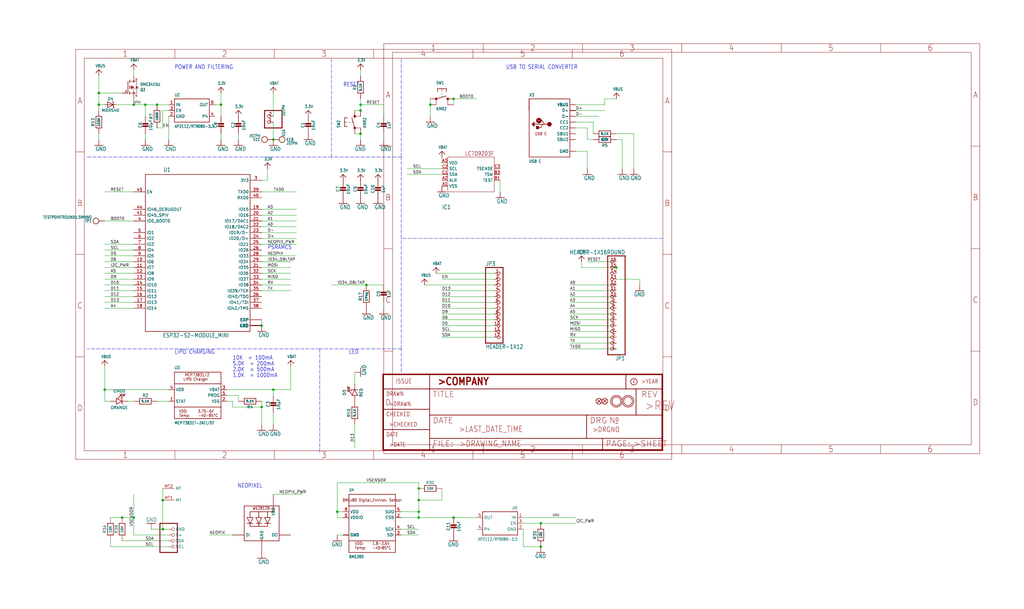
<source format=kicad_sch>
(kicad_sch (version 20211123) (generator eeschema)
  (paper "User" 447.269 265.938)
  (junction (at 147.32 223.52))
  (junction (at 269.24 116.84))
  (junction (at 157.48 45.72))
  (junction (at 43.18 45.72))
  (junction (at 182.88 226.06))
  (junction (at 119.38 60.96))
  (junction (at 182.88 223.52))
  (junction (at 58.42 45.72))
  (junction (at 68.58 45.72))
  (junction (at 182.88 218.44))
  (junction (at 96.52 45.72))
  (junction (at 71.12 218.44))
  (junction (at 114.3 142.24))
  (junction (at 182.88 213.36))
  (junction (at 236.22 228.6))
  (junction (at 236.22 238.76))
  (junction (at 114.3 177.8))
  (junction (at 58.42 226.06))
  (junction (at 160.02 124.46))
  (junction (at 187.96 45.72))
  (junction (at 63.5 45.72))
  (junction (at 198.12 43.18))
  (junction (at 45.72 170.18))
  (junction (at 119.38 170.18))
  (junction (at 157.48 58.42))
  (junction (at 157.48 48.26))
  (junction (at 53.34 226.06))
  (junction (at 43.18 40.64))
  (junction (at 71.12 231.14))
  (junction (at 198.12 226.06))
  (wire (pts (xy 58.42 83.82) (xy 45.72 83.82)))
  (wire (pts (xy 193.04 68.58) (xy 193.04 71.12)))
  (wire (pts (xy 43.18 48.26) (xy 43.18 45.72)))
  (wire (pts (xy 215.9 132.08) (xy 193.04 132.08)))
  (wire (pts (xy 182.88 213.36) (xy 182.88 218.44)))
  (wire (pts (xy 149.86 226.06) (xy 147.32 226.06)))
  (wire (pts (xy 147.32 233.68) (xy 149.86 233.68)))
  (wire (pts (xy 63.5 58.42) (xy 63.5 60.96)))
  (wire (pts (xy 269.24 134.62) (xy 248.92 134.62)))
  (wire (pts (xy 119.38 180.34) (xy 119.38 185.42)))
  (wire (pts (xy 269.24 142.24) (xy 248.92 142.24)))
  (wire (pts (xy 157.48 58.42) (xy 157.48 60.96)))
  (wire (pts (xy 279.4 121.92) (xy 279.4 124.46)))
  (wire (pts (xy 114.3 78.74) (xy 116.84 78.74)))
  (wire (pts (xy 269.24 119.38) (xy 269.24 116.84)))
  (wire (pts (xy 45.72 175.26) (xy 45.72 170.18)))
  (wire (pts (xy 248.92 144.78) (xy 269.24 144.78)))
  (wire (pts (xy 58.42 121.92) (xy 45.72 121.92)))
  (wire (pts (xy 114.3 114.3) (xy 127 114.3)))
  (wire (pts (xy 63.5 45.72) (xy 63.5 50.8)))
  (wire (pts (xy 101.6 177.8) (xy 114.3 177.8)))
  (wire (pts (xy 114.3 177.8) (xy 114.3 185.42)))
  (wire (pts (xy 157.48 45.72) (xy 157.48 48.26)))
  (wire (pts (xy 182.88 226.06) (xy 198.12 226.06)))
  (wire (pts (xy 193.04 134.62) (xy 215.9 134.62)))
  (wire (pts (xy 53.34 40.64) (xy 43.18 40.64)))
  (wire (pts (xy 71.12 213.36) (xy 71.12 218.44)))
  (wire (pts (xy 264.16 45.72) (xy 264.16 43.18)))
  (wire (pts (xy 48.26 175.26) (xy 45.72 175.26)))
  (wire (pts (xy 45.72 160.02) (xy 45.72 170.18)))
  (wire (pts (xy 175.26 233.68) (xy 182.88 233.68)))
  (wire (pts (xy 45.72 106.68) (xy 58.42 106.68)))
  (wire (pts (xy 215.9 124.46) (xy 185.42 124.46)))
  (wire (pts (xy 58.42 116.84) (xy 45.72 116.84)))
  (wire (pts (xy 269.24 127) (xy 248.92 127)))
  (wire (pts (xy 182.88 210.82) (xy 182.88 213.36)))
  (wire (pts (xy 271.78 60.96) (xy 271.78 73.66)))
  (wire (pts (xy 167.64 50.8) (xy 167.64 45.72)))
  (wire (pts (xy 190.5 119.38) (xy 215.9 119.38)))
  (wire (pts (xy 48.26 226.06) (xy 53.34 226.06)))
  (wire (pts (xy 251.46 48.26) (xy 264.16 48.26)))
  (wire (pts (xy 276.86 58.42) (xy 276.86 73.66)))
  (wire (pts (xy 55.88 175.26) (xy 58.42 175.26)))
  (wire (pts (xy 58.42 226.06) (xy 58.42 215.9)))
  (wire (pts (xy 99.06 175.26) (xy 101.6 175.26)))
  (wire (pts (xy 114.3 124.46) (xy 127 124.46)))
  (wire (pts (xy 198.12 43.18) (xy 208.28 43.18)))
  (wire (pts (xy 58.42 30.48) (xy 58.42 33.02)))
  (wire (pts (xy 175.26 231.14) (xy 182.88 231.14)))
  (wire (pts (xy 154.94 58.42) (xy 157.48 58.42)))
  (polyline (pts (xy 38.1 68.58) (xy 144.78 68.58)))
  (wire (pts (xy 114.3 116.84) (xy 127 116.84)))
  (wire (pts (xy 193.04 213.36) (xy 193.04 218.44)))
  (wire (pts (xy 182.88 223.52) (xy 182.88 226.06)))
  (wire (pts (xy 160.02 124.46) (xy 144.78 124.46)))
  (wire (pts (xy 269.24 147.32) (xy 248.92 147.32)))
  (wire (pts (xy 269.24 58.42) (xy 276.86 58.42)))
  (wire (pts (xy 68.58 55.88) (xy 71.12 55.88)))
  (wire (pts (xy 218.44 83.82) (xy 218.44 78.74)))
  (wire (pts (xy 58.42 127) (xy 45.72 127)))
  (wire (pts (xy 68.58 175.26) (xy 73.66 175.26)))
  (wire (pts (xy 167.64 60.96) (xy 167.64 58.42)))
  (wire (pts (xy 114.3 93.98) (xy 129.54 93.98)))
  (wire (pts (xy 45.72 170.18) (xy 73.66 170.18)))
  (wire (pts (xy 58.42 45.72) (xy 63.5 45.72)))
  (wire (pts (xy 193.04 147.32) (xy 215.9 147.32)))
  (wire (pts (xy 154.94 167.64) (xy 154.94 162.56)))
  (wire (pts (xy 58.42 132.08) (xy 45.72 132.08)))
  (wire (pts (xy 256.54 66.04) (xy 251.46 66.04)))
  (wire (pts (xy 53.34 226.06) (xy 58.42 226.06)))
  (wire (pts (xy 45.72 129.54) (xy 58.42 129.54)))
  (wire (pts (xy 71.12 218.44) (xy 71.12 231.14)))
  (wire (pts (xy 147.32 210.82) (xy 182.88 210.82)))
  (wire (pts (xy 114.3 99.06) (xy 129.54 99.06)))
  (wire (pts (xy 193.04 73.66) (xy 177.8 73.66)))
  (wire (pts (xy 157.48 45.72) (xy 167.64 45.72)))
  (wire (pts (xy 119.38 170.18) (xy 127 170.18)))
  (wire (pts (xy 236.22 228.6) (xy 251.46 228.6)))
  (wire (pts (xy 71.12 231.14) (xy 73.66 231.14)))
  (wire (pts (xy 236.22 228.6) (xy 228.6 228.6)))
  (wire (pts (xy 251.46 50.8) (xy 261.62 50.8)))
  (wire (pts (xy 193.04 121.92) (xy 215.9 121.92)))
  (wire (pts (xy 167.64 134.62) (xy 167.64 132.08)))
  (wire (pts (xy 269.24 114.3) (xy 256.54 114.3)))
  (wire (pts (xy 269.24 121.92) (xy 279.4 121.92)))
  (wire (pts (xy 73.66 45.72) (xy 68.58 45.72)))
  (wire (pts (xy 45.72 45.72) (xy 43.18 45.72)))
  (polyline (pts (xy 175.26 68.58) (xy 175.26 25.4)))
  (wire (pts (xy 58.42 109.22) (xy 45.72 109.22)))
  (wire (pts (xy 58.42 134.62) (xy 45.72 134.62)))
  (wire (pts (xy 269.24 139.7) (xy 248.92 139.7)))
  (wire (pts (xy 114.3 91.44) (xy 129.54 91.44)))
  (wire (pts (xy 96.52 45.72) (xy 96.52 40.64)))
  (wire (pts (xy 187.96 45.72) (xy 187.96 50.8)))
  (wire (pts (xy 215.9 142.24) (xy 193.04 142.24)))
  (wire (pts (xy 215.9 127) (xy 193.04 127)))
  (polyline (pts (xy 144.78 68.58) (xy 144.78 25.4)))
  (polyline (pts (xy 289.56 104.14) (xy 175.26 104.14)))
  (wire (pts (xy 101.6 233.68) (xy 91.44 233.68)))
  (wire (pts (xy 269.24 60.96) (xy 271.78 60.96)))
  (wire (pts (xy 71.12 48.26) (xy 73.66 48.26)))
  (wire (pts (xy 114.3 139.7) (xy 114.3 142.24)))
  (wire (pts (xy 251.46 226.06) (xy 228.6 226.06)))
  (wire (pts (xy 157.48 30.48) (xy 157.48 33.02)))
  (wire (pts (xy 73.66 236.22) (xy 53.34 236.22)))
  (wire (pts (xy 104.14 58.42) (xy 104.14 60.96)))
  (wire (pts (xy 119.38 172.72) (xy 119.38 170.18)))
  (wire (pts (xy 101.6 175.26) (xy 101.6 177.8)))
  (wire (pts (xy 175.26 226.06) (xy 182.88 226.06)))
  (wire (pts (xy 119.38 215.9) (xy 132.08 215.9)))
  (polyline (pts (xy 175.26 68.58) (xy 144.78 68.58)))
  (wire (pts (xy 157.48 43.18) (xy 157.48 45.72)))
  (wire (pts (xy 114.3 106.68) (xy 129.54 106.68)))
  (wire (pts (xy 127 160.02) (xy 127 170.18)))
  (wire (pts (xy 248.92 132.08) (xy 269.24 132.08)))
  (wire (pts (xy 269.24 124.46) (xy 248.92 124.46)))
  (wire (pts (xy 114.3 119.38) (xy 127 119.38)))
  (polyline (pts (xy 139.7 152.4) (xy 139.7 198.12)))
  (wire (pts (xy 215.9 144.78) (xy 193.04 144.78)))
  (wire (pts (xy 93.98 45.72) (xy 96.52 45.72)))
  (wire (pts (xy 73.66 50.8) (xy 73.66 60.96)))
  (wire (pts (xy 254 116.84) (xy 269.24 116.84)))
  (wire (pts (xy 264.16 43.18) (xy 269.24 43.18)))
  (polyline (pts (xy 175.26 162.56) (xy 175.26 152.4)))
  (wire (pts (xy 177.8 76.2) (xy 193.04 76.2)))
  (wire (pts (xy 228.6 231.14) (xy 228.6 238.76)))
  (wire (pts (xy 48.26 238.76) (xy 48.26 236.22)))
  (wire (pts (xy 43.18 60.96) (xy 43.18 58.42)))
  (wire (pts (xy 114.3 111.76) (xy 129.54 111.76)))
  (polyline (pts (xy 175.26 152.4) (xy 175.26 104.14)))
  (wire (pts (xy 269.24 129.54) (xy 248.92 129.54)))
  (wire (pts (xy 149.86 223.52) (xy 147.32 223.52)))
  (wire (pts (xy 251.46 53.34) (xy 259.08 53.34)))
  (wire (pts (xy 269.24 137.16) (xy 248.92 137.16)))
  (wire (pts (xy 154.94 185.42) (xy 154.94 195.58)))
  (wire (pts (xy 96.52 50.8) (xy 96.52 45.72)))
  (wire (pts (xy 269.24 152.4) (xy 248.92 152.4)))
  (wire (pts (xy 157.48 48.26) (xy 154.94 48.26)))
  (wire (pts (xy 96.52 58.42) (xy 96.52 60.96)))
  (wire (pts (xy 99.06 170.18) (xy 119.38 170.18)))
  (wire (pts (xy 116.84 78.74) (xy 116.84 73.66)))
  (wire (pts (xy 71.12 55.88) (xy 71.12 48.26)))
  (wire (pts (xy 254 114.3) (xy 254 116.84)))
  (wire (pts (xy 71.12 231.14) (xy 66.04 231.14)))
  (wire (pts (xy 58.42 233.68) (xy 73.66 233.68)))
  (wire (pts (xy 198.12 43.18) (xy 198.12 45.72)))
  (wire (pts (xy 193.04 129.54) (xy 215.9 129.54)))
  (wire (pts (xy 58.42 119.38) (xy 45.72 119.38)))
  (wire (pts (xy 58.42 233.68) (xy 58.42 226.06)))
  (wire (pts (xy 256.54 66.04) (xy 256.54 73.66)))
  (wire (pts (xy 68.58 45.72) (xy 63.5 45.72)))
  (wire (pts (xy 175.26 223.52) (xy 182.88 223.52)))
  (wire (pts (xy 193.04 139.7) (xy 215.9 139.7)))
  (wire (pts (xy 114.3 121.92) (xy 127 121.92)))
  (wire (pts (xy 208.28 226.06) (xy 198.12 226.06)))
  (wire (pts (xy 43.18 45.72) (xy 43.18 40.64)))
  (wire (pts (xy 43.18 40.64) (xy 43.18 33.02)))
  (wire (pts (xy 193.04 218.44) (xy 182.88 218.44)))
  (wire (pts (xy 251.46 55.88) (xy 256.54 55.88)))
  (wire (pts (xy 58.42 111.76) (xy 45.72 111.76)))
  (wire (pts (xy 114.3 104.14) (xy 129.54 104.14)))
  (wire (pts (xy 187.96 43.18) (xy 187.96 45.72)))
  (wire (pts (xy 58.42 96.52) (xy 45.72 96.52)))
  (polyline (pts (xy 139.7 152.4) (xy 38.1 152.4)))
  (wire (pts (xy 259.08 53.34) (xy 259.08 58.42)))
  (wire (pts (xy 147.32 223.52) (xy 147.32 210.82)))
  (wire (pts (xy 167.64 124.46) (xy 160.02 124.46)))
  (wire (pts (xy 45.72 124.46) (xy 58.42 124.46)))
  (wire (pts (xy 119.38 60.96) (xy 119.38 53.34)))
  (wire (pts (xy 127 127) (xy 114.3 127)))
  (wire (pts (xy 114.3 101.6) (xy 129.54 101.6)))
  (wire (pts (xy 248.92 149.86) (xy 269.24 149.86)))
  (wire (pts (xy 182.88 218.44) (xy 182.88 223.52)))
  (polyline (pts (xy 175.26 104.14) (xy 175.26 68.58)))
  (wire (pts (xy 119.38 40.64) (xy 119.38 50.8)))
  (wire (pts (xy 99.06 172.72) (xy 104.14 172.72)))
  (wire (pts (xy 193.04 137.16) (xy 215.9 137.16)))
  (wire (pts (xy 147.32 226.06) (xy 147.32 223.52)))
  (wire (pts (xy 104.14 172.72) (xy 104.14 175.26)))
  (wire (pts (xy 251.46 45.72) (xy 264.16 45.72)))
  (polyline (pts (xy 175.26 152.4) (xy 139.7 152.4)))
  (wire (pts (xy 256.54 55.88) (xy 256.54 60.96)))
  (wire (pts (xy 256.54 60.96) (xy 259.08 60.96)))
  (wire (pts (xy 114.3 83.82) (xy 129.54 83.82)))
  (wire (pts (xy 114.3 175.26) (xy 114.3 177.8)))
  (wire (pts (xy 50.8 45.72) (xy 58.42 45.72)))
  (wire (pts (xy 114.3 96.52) (xy 129.54 96.52)))
  (wire (pts (xy 45.72 114.3) (xy 58.42 114.3)))
  (wire (pts (xy 58.42 43.18) (xy 58.42 45.72)))
  (wire (pts (xy 228.6 238.76) (xy 236.22 238.76)))
  (wire (pts (xy 73.66 238.76) (xy 48.26 238.76)))
  (text "2.0K  = 500mA" (at 101.6 162.56 180) (effects (font (size 1.778 1.5113)) (justify left bottom)))
  (text "1.0K  = 1000mA" (at 101.6 165.1 180) (effects (font (size 1.778 1.5113)) (justify left bottom)))
  (text "NEOPIXEL" (at 109.22 213.36 180) (effects (font (size 1.778 1.5113)) (justify bottom)))
  (text "PSRAMCS" (at 116.84 109.22 180) (effects (font (size 1.778 1.5113)) (justify left bottom)))
  (text "LIPO CHARGING" (at 76.2 154.94 180) (effects (font (size 1.778 1.5113)) (justify left bottom)))
  (text "POWER AND FILTERING" (at 76.2 30.48 180) (effects (font (size 1.778 1.5113)) (justify left bottom)))
  (text "LED" (at 152.4 154.94 180) (effects (font (size 1.778 1.5113)) (justify left bottom)))
  (text "USB TO SERIAL CONVERTER" (at 220.98 30.48 180) (effects (font (size 1.778 1.5113)) (justify left bottom)))
  (text "10K  = 100mA" (at 101.6 157.48 180) (effects (font (size 1.778 1.5113)) (justify left bottom)))
  (text "RESET" (at 149.86 38.1 180) (effects (font (size 1.778 1.5113)) (justify left bottom)))
  (text "5.0K  = 200mA" (at 101.6 160.02 180) (effects (font (size 1.778 1.5113)) (justify left bottom)))
  (label "D12" (at 193.04 129.54 0) (effects (font (size 1.2446 1.2446))))
  (label "SDA" (at 63.5 236.22 0) (effects (font (size 1.2446 1.2446))))
  (label "SCK" (at 116.84 119.38 0) (effects (font (size 1.2446 1.2446))))
  (label "RESET" (at 256.54 114.3 0) (effects (font (size 1.2446 1.2446))))
  (label "SCK" (at 248.92 139.7 0) (effects (font (size 1.2446 1.2446))))
  (label "D-" (at 116.84 101.6 0) (effects (font (size 1.2446 1.2446))))
  (label "A0" (at 116.84 99.06 0) (effects (font (size 1.2446 1.2446))))
  (label "NEOPIX" (at 116.84 111.76 0) (effects (font (size 1.2446 1.2446))))
  (label "SCL" (at 48.26 109.22 0) (effects (font (size 1.2446 1.2446))))
  (label "TX" (at 116.84 127 0) (effects (font (size 1.2446 1.2446))))
  (label "A5" (at 248.92 137.16 0) (effects (font (size 1.2446 1.2446))))
  (label "BOOT0" (at 48.26 96.52 0) (effects (font (size 1.2446 1.2446))))
  (label "NEOPIX_PWR" (at 121.92 215.9 0) (effects (font (size 1.2446 1.2446))))
  (label "TXD0" (at 119.38 83.82 0) (effects (font (size 1.2446 1.2446))))
  (label "D12" (at 48.26 129.54 0) (effects (font (size 1.2446 1.2446))))
  (label "RESET" (at 48.26 83.82 0) (effects (font (size 1.2446 1.2446))))
  (label "A3" (at 248.92 132.08 0) (effects (font (size 1.2446 1.2446))))
  (label "A5" (at 48.26 119.38 0) (effects (font (size 1.2446 1.2446))))
  (label "D11" (at 193.04 132.08 0) (effects (font (size 1.2446 1.2446))))
  (label "MISO" (at 116.84 121.92 0) (effects (font (size 1.2446 1.2446))))
  (label "SDA" (at 177.8 233.68 0) (effects (font (size 1.2446 1.2446))))
  (label "RX" (at 248.92 147.32 0) (effects (font (size 1.2446 1.2446))))
  (label "I2C_PWR" (at 48.26 116.84 0) (effects (font (size 1.2446 1.2446))))
  (label "SCL" (at 180.34 73.66 0) (effects (font (size 1.2446 1.2446))))
  (label "RX" (at 116.84 124.46 0) (effects (font (size 1.2446 1.2446))))
  (label "A0" (at 248.92 124.46 0) (effects (font (size 1.2446 1.2446))))
  (label "VSENSOR" (at 58.42 229.87 90) (effects (font (size 1.2446 1.2446))))
  (label "IO34_DBLTAP" (at 147.32 124.46 0) (effects (font (size 1.2446 1.2446))))
  (label "D13" (at 154.94 193.04 90) (effects (font (size 1.2446 1.2446))))
  (label "RESET" (at 160.02 45.72 0) (effects (font (size 1.2446 1.2446))))
  (label "D9" (at 193.04 137.16 0) (effects (font (size 1.2446 1.2446))))
  (label "D5" (at 48.26 111.76 0) (effects (font (size 1.2446 1.2446))))
  (label "SDA" (at 48.26 106.68 0) (effects (font (size 1.2446 1.2446))))
  (label "D11" (at 48.26 127 0) (effects (font (size 1.2446 1.2446))))
  (label "D10" (at 193.04 134.62 0) (effects (font (size 1.2446 1.2446))))
  (label "BOOT0" (at 200.66 43.18 0) (effects (font (size 1.2446 1.2446))))
  (label "VHI" (at 241.3 226.06 0) (effects (font (size 1.2446 1.2446))))
  (label "D13" (at 193.04 127 0) (effects (font (size 1.2446 1.2446))))
  (label "SDA" (at 193.04 147.32 0) (effects (font (size 1.2446 1.2446))))
  (label "D9" (at 48.26 121.92 0) (effects (font (size 1.2446 1.2446))))
  (label "D6" (at 48.26 114.3 0) (effects (font (size 1.2446 1.2446))))
  (label "A1" (at 248.92 127 0) (effects (font (size 1.2446 1.2446))))
  (label "A2" (at 248.92 129.54 0) (effects (font (size 1.2446 1.2446))))
  (label "EN" (at 193.04 121.92 0) (effects (font (size 1.2446 1.2446))))
  (label "A4" (at 48.26 134.62 0) (effects (font (size 1.2446 1.2446))))
  (label "I2C_PWR" (at 251.46 228.6 0) (effects (font (size 1.2446 1.2446))))
  (label "SCL" (at 177.8 231.14 0) (effects (font (size 1.2446 1.2446))))
  (label "D+" (at 116.84 104.14 0) (effects (font (size 1.2446 1.2446))))
  (label "SCL" (at 193.04 144.78 0) (effects (font (size 1.2446 1.2446))))
  (label "A1" (at 116.84 96.52 0) (effects (font (size 1.2446 1.2446))))
  (label "A4" (at 248.92 134.62 0) (effects (font (size 1.2446 1.2446))))
  (label "SDA" (at 180.34 76.2 0) (effects (font (size 1.2446 1.2446))))
  (label "EN" (at 71.12 55.88 0) (effects (font (size 1.2446 1.2446))))
  (label "VHI" (at 58.42 45.72 0) (effects (font (size 1.2446 1.2446))))
  (label "A3" (at 116.84 91.44 0) (effects (font (size 1.2446 1.2446))))
  (label "D5" (at 193.04 142.24 0) (effects (font (size 1.2446 1.2446))))
  (label "NEOPIX_PWR" (at 116.84 106.68 0) (effects (font (size 1.2446 1.2446))))
  (label "TXD0" (at 248.92 152.4 0) (effects (font (size 1.2446 1.2446))))
  (label "MOSI" (at 116.84 116.84 0) (effects (font (size 1.2446 1.2446))))
  (label "MISO" (at 248.92 144.78 0) (effects (font (size 1.2446 1.2446))))
  (label "MOSI" (at 248.92 142.24 0) (effects (font (size 1.2446 1.2446))))
  (label "D6" (at 193.04 139.7 0) (effects (font (size 1.2446 1.2446))))
  (label "D13" (at 48.26 132.08 0) (effects (font (size 1.2446 1.2446))))
  (label "A2" (at 116.84 93.98 0) (effects (font (size 1.2446 1.2446))))
  (label "SCL" (at 63.5 238.76 0) (effects (font (size 1.2446 1.2446))))
  (label "IO34_DBLTAP" (at 116.84 114.3 0) (effects (font (size 1.2446 1.2446))))
  (label "D+" (at 251.46 48.26 0) (effects (font (size 1.2446 1.2446))))
  (label "TX" (at 248.92 149.86 0) (effects (font (size 1.2446 1.2446))))
  (label "VSENSOR" (at 160.02 210.82 0) (effects (font (size 1.2446 1.2446))))
  (label "D-" (at 251.46 50.8 0) (effects (font (size 1.2446 1.2446))))
  (label "NEOPIX" (at 91.44 233.68 0) (effects (font (size 1.2446 1.2446))))
  (label "D10" (at 48.26 124.46 0) (effects (font (size 1.2446 1.2446))))
  (symbol (lib_id "eagleSchem-eagle-import:CAP_CERAMIC0805-NOOUTLINE") (at 63.5 55.88 0) (unit 1)
    (property "Reference" "C6" (at 61.21 54.63 90))
    (property "Value" "10µF" (at 65.8 54.63 90))
    (property "Footprint" "eagleSchem:0805-NO" (effects hide))
  )
  (symbol (lib_id "eagleSchem-eagle-import:GND") (at 114.3 144.78 0) (unit 1)
    (property "Reference" "#U$37" (effects hide))
    (property "Value" "GND" (at 112.776 147.32 0) (effects (font (size 1.778 1.5113)) (justify left bottom)))
    (property "Footprint" "eagleSchem:" (effects hide))
  )
  (symbol (lib_id "eagleSchem-eagle-import:RESISTOR_0603_NOOUT") (at 160.02 129.54 90) (unit 1)
    (property "Reference" "R17" (at 157.48 129.54 0))
    (property "Value" "1Meg" (at 160.02 129.54 0) (effects (font (size 1.016 1.016) bold)))
    (property "Footprint" "eagleSchem:0603-NO" (effects hide))
  )
  (symbol (lib_id "eagleSchem-eagle-import:CAP_CERAMIC0805-NOOUTLINE") (at 96.52 55.88 0) (unit 1)
    (property "Reference" "C8" (at 94.23 54.63 90))
    (property "Value" "10µF" (at 98.82 54.63 90))
    (property "Footprint" "eagleSchem:0805-NO" (effects hide))
    (property "Value" "10µF" (effects hide))
  )
  (symbol (lib_id "eagleSchem-eagle-import:FIDUCIAL_1MM") (at 261.62 175.26 0) (unit 1)
    (property "Reference" "U$35" (effects hide))
    (property "Value" "FIDUCIAL_1MM" (effects hide))
    (property "Footprint" "eagleSchem:FIDUCIAL_1MM" (effects hide))
  )
  (symbol (lib_id "eagleSchem-eagle-import:3.3V") (at 116.84 71.12 0) (unit 1)
    (property "Reference" "#U$11" (effects hide))
    (property "Value" "3.3V" (at 115.316 70.104 0) (effects (font (size 1.27 1.0795)) (justify left bottom)))
    (property "Footprint" "eagleSchem:" (effects hide))
  )
  (symbol (lib_id "eagleSchem-eagle-import:RESISTOR_4PACK") (at 53.34 231.14 90) (unit 2)
    (property "Reference" "R3" (at 50.8 231.14 0))
    (property "Value" "10K" (at 53.34 231.14 0) (effects (font (size 1.016 1.016) bold)))
    (property "Footprint" "eagleSchem:RESPACK_4X0603" (effects hide))
  )
  (symbol (lib_id "eagleSchem-eagle-import:3.3V") (at 254 111.76 0) (unit 1)
    (property "Reference" "#U$6" (effects hide))
    (property "Value" "3.3V" (at 252.476 110.744 0) (effects (font (size 1.27 1.0795)) (justify left bottom)))
    (property "Footprint" "eagleSchem:" (effects hide))
  )
  (symbol (lib_id "eagleSchem-eagle-import:RESISTOR_0603_NOOUT") (at 264.16 58.42 180) (unit 1)
    (property "Reference" "R8" (at 264.16 60.96 0))
    (property "Value" "5.1K" (at 264.16 58.42 0) (effects (font (size 1.016 1.016) bold)))
    (property "Footprint" "eagleSchem:0603-NO" (effects hide))
  )
  (symbol (lib_id "eagleSchem-eagle-import:RESISTOR_0603_NOOUT") (at 63.5 175.26 0) (unit 1)
    (property "Reference" "R2" (at 63.5 172.72 0))
    (property "Value" "5.1K" (at 63.5 175.26 0) (effects (font (size 1.016 1.016) bold)))
    (property "Footprint" "eagleSchem:0603-NO" (effects hide))
  )
  (symbol (lib_id "eagleSchem-eagle-import:CAP_CERAMIC_0805MP") (at 198.12 231.14 0) (unit 1)
    (property "Reference" "C11" (at 195.83 229.89 90))
    (property "Value" "10uF" (at 200.42 229.89 90))
    (property "Footprint" "eagleSchem:_0805MP" (effects hide))
  )
  (symbol (lib_id "eagleSchem-eagle-import:GND") (at 236.22 241.3 0) (unit 1)
    (property "Reference" "#GND5" (effects hide))
    (property "Value" "GND" (at 233.68 243.84 0) (effects (font (size 1.778 1.5113)) (justify left bottom)))
    (property "Footprint" "eagleSchem:" (effects hide))
  )
  (symbol (lib_id "eagleSchem-eagle-import:RESISTOR_0603_NOOUT") (at 264.16 60.96 180) (unit 1)
    (property "Reference" "R5" (at 264.16 63.5 0))
    (property "Value" "5.1K" (at 264.16 60.96 0) (effects (font (size 1.016 1.016) bold)))
    (property "Footprint" "eagleSchem:0603-NO" (effects hide))
  )
  (symbol (lib_id "eagleSchem-eagle-import:VREG_SOT23-5") (at 83.82 48.26 0) (unit 1)
    (property "Reference" "U2" (at 76.2 42.164 0) (effects (font (size 1.27 1.0795)) (justify left bottom)))
    (property "Value" "AP2112/RT9080-3.3" (at 76.2 55.88 0) (effects (font (size 1.27 1.0795)) (justify left bottom)))
    (property "Footprint" "eagleSchem:SOT23-5" (effects hide))
  )
  (symbol (lib_id "eagleSchem-eagle-import:GND") (at 63.5 63.5 0) (unit 1)
    (property "Reference" "#U$27" (effects hide))
    (property "Value" "GND" (at 61.976 66.04 0) (effects (font (size 1.778 1.5113)) (justify left bottom)))
    (property "Footprint" "eagleSchem:" (effects hide))
  )
  (symbol (lib_id "eagleSchem-eagle-import:GND") (at 157.48 88.9 0) (unit 1)
    (property "Reference" "#U$46" (effects hide))
    (property "Value" "GND" (at 155.956 91.44 0) (effects (font (size 1.778 1.5113)) (justify left bottom)))
    (property "Footprint" "eagleSchem:" (effects hide))
  )
  (symbol (lib_id "eagleSchem-eagle-import:GND") (at 119.38 63.5 0) (unit 1)
    (property "Reference" "#U$22" (effects hide))
    (property "Value" "GND" (at 117.856 66.04 0) (effects (font (size 1.778 1.5113)) (justify left bottom)))
    (property "Footprint" "eagleSchem:" (effects hide))
  )
  (symbol (lib_id "eagleSchem-eagle-import:GND") (at 157.48 162.56 90) (unit 1)
    (property "Reference" "#U$8" (effects hide))
    (property "Value" "GND" (at 160.02 164.084 0) (effects (font (size 1.778 1.5113)) (justify left bottom)))
    (property "Footprint" "eagleSchem:" (effects hide))
  )
  (symbol (lib_id "eagleSchem-eagle-import:3.3V") (at 149.86 76.2 0) (unit 1)
    (property "Reference" "#U$41" (effects hide))
    (property "Value" "3.3V" (at 148.336 75.184 0) (effects (font (size 1.27 1.0795)) (justify left bottom)))
    (property "Footprint" "eagleSchem:" (effects hide))
  )
  (symbol (lib_id "eagleSchem-eagle-import:VBUS") (at 43.18 30.48 0) (unit 1)
    (property "Reference" "#U$3" (effects hide))
    (property "Value" "VBUS" (at 41.656 29.464 0) (effects (font (size 1.27 1.0795)) (justify left bottom)))
    (property "Footprint" "eagleSchem:" (effects hide))
  )
  (symbol (lib_id "eagleSchem-eagle-import:FIDUCIAL_1MM") (at 264.16 175.26 0) (unit 1)
    (property "Reference" "U$34" (effects hide))
    (property "Value" "FIDUCIAL_1MM" (effects hide))
    (property "Footprint" "eagleSchem:FIDUCIAL_1MM" (effects hide))
  )
  (symbol (lib_id "eagleSchem-eagle-import:CAP_CERAMIC0805-NOOUTLINE") (at 157.48 83.82 0) (unit 1)
    (property "Reference" "C9" (at 155.19 82.57 90))
    (property "Value" "10uF" (at 159.78 82.57 90))
    (property "Footprint" "eagleSchem:0805-NO" (effects hide))
  )
  (symbol (lib_id "eagleSchem-eagle-import:VBAT") (at 190.5 116.84 0) (unit 1)
    (property "Reference" "#U$20" (effects hide))
    (property "Value" "VBAT" (at 188.976 115.824 0) (effects (font (size 1.27 1.0795)) (justify left bottom)))
    (property "Footprint" "eagleSchem:" (effects hide))
  )
  (symbol (lib_id "eagleSchem-eagle-import:GND") (at 149.86 88.9 0) (unit 1)
    (property "Reference" "#U$45" (effects hide))
    (property "Value" "GND" (at 148.336 91.44 0) (effects (font (size 1.778 1.5113)) (justify left bottom)))
    (property "Footprint" "eagleSchem:" (effects hide))
  )
  (symbol (lib_id "eagleSchem-eagle-import:RESISTOR_4PACK") (at 236.22 233.68 90) (unit 4)
    (property "Reference" "R3" (at 233.68 233.68 0))
    (property "Value" "10K" (at 236.22 233.68 0) (effects (font (size 1.016 1.016) bold)))
    (property "Footprint" "eagleSchem:RESPACK_4X0603" (effects hide))
  )
  (symbol (lib_id "eagleSchem-eagle-import:MOUNTINGHOLE2.5") (at 269.24 175.26 0) (unit 1)
    (property "Reference" "U$31" (effects hide))
    (property "Value" "MOUNTINGHOLE2.5" (effects hide))
    (property "Footprint" "eagleSchem:MOUNTINGHOLE_2.5_PLATED" (effects hide))
  )
  (symbol (lib_id "eagleSchem-eagle-import:BME280") (at 162.56 228.6 0) (unit 1)
    (property "Reference" "U4" (at 152.4 214.63 0) (effects (font (size 1.27 1.0795)) (justify left bottom)))
    (property "Value" "BME280" (at 152.4 243.84 0) (effects (font (size 1.27 1.0795)) (justify left bottom)))
    (property "Footprint" "eagleSchem:BME280" (effects hide))
  )
  (symbol (lib_id "eagleSchem-eagle-import:USB_C") (at 241.3 55.88 0) (unit 1)
    (property "Reference" "X3" (at 231.14 42.164 0) (effects (font (size 1.27 1.0795)) (justify left bottom)))
    (property "Value" "USB C" (at 231.14 71.12 0) (effects (font (size 1.27 1.0795)) (justify left bottom)))
    (property "Footprint" "eagleSchem:USB_C_CUSB31-CFM2AX-01-X" (effects hide))
  )
  (symbol (lib_id "eagleSchem-eagle-import:GND") (at 114.3 243.84 0) (unit 1)
    (property "Reference" "#U$13" (effects hide))
    (property "Value" "GND" (at 112.776 246.38 0) (effects (font (size 1.778 1.5113)) (justify left bottom)))
    (property "Footprint" "eagleSchem:" (effects hide))
  )
  (symbol (lib_id "eagleSchem-eagle-import:GND") (at 66.04 228.6 180) (unit 1)
    (property "Reference" "#GND1" (effects hide))
    (property "Value" "GND" (at 68.58 226.06 0) (effects (font (size 1.778 1.5113)) (justify left bottom)))
    (property "Footprint" "eagleSchem:" (effects hide))
  )
  (symbol (lib_id "eagleSchem-eagle-import:GND") (at 218.44 86.36 0) (unit 1)
    (property "Reference" "#U$50" (effects hide))
    (property "Value" "GND" (at 216.916 88.9 0) (effects (font (size 1.778 1.5113)) (justify left bottom)))
    (property "Footprint" "eagleSchem:" (effects hide))
  )
  (symbol (lib_id "eagleSchem-eagle-import:HEADER-1X16ROUND") (at 266.7 134.62 180) (unit 1)
    (property "Reference" "JP1" (at 273.05 155.575 0) (effects (font (size 1.778 1.5113)) (justify left bottom)))
    (property "Value" "HEADER-1X16ROUND" (at 273.05 109.22 0) (effects (font (size 1.778 1.5113)) (justify left bottom)))
    (property "Footprint" "eagleSchem:1X16_ROUND" (effects hide))
  )
  (symbol (lib_id "eagleSchem-eagle-import:GND") (at 193.04 83.82 0) (unit 1)
    (property "Reference" "#U$48" (effects hide))
    (property "Value" "GND" (at 191.516 86.36 0) (effects (font (size 1.778 1.5113)) (justify left bottom)))
    (property "Footprint" "eagleSchem:" (effects hide))
  )
  (symbol (lib_id "eagleSchem-eagle-import:FRAME_A4") (at 167.64 198.12 0) (unit 2)
    (property "Reference" "#FRAME1" (effects hide))
    (property "Value" "FRAME_A4" (effects hide))
    (property "Footprint" "eagleSchem:" (effects hide))
  )
  (symbol (lib_id "eagleSchem-eagle-import:3.3V") (at 134.62 48.26 0) (unit 1)
    (property "Reference" "#U$2" (effects hide))
    (property "Value" "3.3V" (at 133.096 47.244 0) (effects (font (size 1.27 1.0795)) (justify left bottom)))
    (property "Footprint" "eagleSchem:" (effects hide))
  )
  (symbol (lib_id "eagleSchem-eagle-import:GND") (at 160.02 137.16 0) (unit 1)
    (property "Reference" "#U$26" (effects hide))
    (property "Value" "GND" (at 158.496 139.7 0) (effects (font (size 1.778 1.5113)) (justify left bottom)))
    (property "Footprint" "eagleSchem:" (effects hide))
  )
  (symbol (lib_id "eagleSchem-eagle-import:VBUS") (at 269.24 40.64 0) (unit 1)
    (property "Reference" "#U$28" (effects hide))
    (property "Value" "VBUS" (at 267.716 39.624 0) (effects (font (size 1.27 1.0795)) (justify left bottom)))
    (property "Footprint" "eagleSchem:" (effects hide))
  )
  (symbol (lib_id "eagleSchem-eagle-import:3.3V") (at 157.48 27.94 0) (unit 1)
    (property "Reference" "#U$5" (effects hide))
    (property "Value" "3.3V" (at 155.956 26.924 0) (effects (font (size 1.27 1.0795)) (justify left bottom)))
    (property "Footprint" "eagleSchem:" (effects hide))
  )
  (symbol (lib_id "eagleSchem-eagle-import:CAP_CERAMIC0603_NO") (at 167.64 129.54 0) (unit 1)
    (property "Reference" "C5" (at 165.35 128.29 90))
    (property "Value" "1uF" (at 169.94 128.29 90))
    (property "Footprint" "eagleSchem:0603-NO" (effects hide))
  )
  (symbol (lib_id "eagleSchem-eagle-import:GND") (at 119.38 187.96 0) (unit 1)
    (property "Reference" "#U$33" (effects hide))
    (property "Value" "GND" (at 117.856 190.5 0) (effects (font (size 1.778 1.5113)) (justify left bottom)))
    (property "Footprint" "eagleSchem:" (effects hide))
  )
  (symbol (lib_id "eagleSchem-eagle-import:LED0603_NOOUTLINE") (at 53.34 175.26 0) (unit 1)
    (property "Reference" "CHG0" (at 52.07 170.815 0))
    (property "Value" "ORANGE" (at 52.07 178.054 0))
    (property "Footprint" "eagleSchem:CHIPLED_0603_NOOUTLINE" (effects hide))
  )
  (symbol (lib_id "eagleSchem-eagle-import:RESISTOR_4PACK") (at 48.26 231.14 90) (unit 1)
    (property "Reference" "R3" (at 45.72 231.14 0))
    (property "Value" "10K" (at 48.26 231.14 0) (effects (font (size 1.016 1.016) bold)))
    (property "Footprint" "eagleSchem:RESPACK_4X0603" (effects hide))
  )
  (symbol (lib_id "eagleSchem-eagle-import:GND") (at 147.32 236.22 0) (unit 1)
    (property "Reference" "#GND2" (effects hide))
    (property "Value" "GND" (at 144.78 238.76 0) (effects (font (size 1.778 1.5113)) (justify left bottom)))
    (property "Footprint" "eagleSchem:" (effects hide))
  )
  (symbol (lib_id "eagleSchem-eagle-import:3.3V") (at 104.14 48.26 0) (unit 1)
    (property "Reference" "#U$24" (effects hide))
    (property "Value" "3.3V" (at 102.616 47.244 0) (effects (font (size 1.27 1.0795)) (justify left bottom)))
    (property "Footprint" "eagleSchem:" (effects hide))
  )
  (symbol (lib_id "eagleSchem-eagle-import:GND") (at 96.52 63.5 0) (unit 1)
    (property "Reference" "#U$29" (effects hide))
    (property "Value" "GND" (at 94.996 66.04 0) (effects (font (size 1.778 1.5113)) (justify left bottom)))
    (property "Footprint" "eagleSchem:" (effects hide))
  )
  (symbol (lib_id "eagleSchem-eagle-import:GND") (at 43.18 63.5 0) (unit 1)
    (property "Reference" "#U$25" (effects hide))
    (property "Value" "GND" (at 41.656 66.04 0) (effects (font (size 1.778 1.5113)) (justify left bottom)))
    (property "Footprint" "eagleSchem:" (effects hide))
  )
  (symbol (lib_id "eagleSchem-eagle-import:GND") (at 157.48 63.5 0) (unit 1)
    (property "Reference" "#GND6" (effects hide))
    (property "Value" "GND" (at 154.94 66.04 0) (effects (font (size 1.778 1.5113)) (justify left bottom)))
    (property "Footprint" "eagleSchem:" (effects hide))
  )
  (symbol (lib_id "eagleSchem-eagle-import:GND") (at 276.86 76.2 0) (unit 1)
    (property "Reference" "#U$12" (effects hide))
    (property "Value" "GND" (at 275.336 78.74 0) (effects (font (size 1.778 1.5113)) (justify left bottom)))
    (property "Footprint" "eagleSchem:" (effects hide))
  )
  (symbol (lib_id "eagleSchem-eagle-import:GND") (at 271.78 76.2 0) (unit 1)
    (property "Reference" "#U$1" (effects hide))
    (property "Value" "GND" (at 270.256 78.74 0) (effects (font (size 1.778 1.5113)) (justify left bottom)))
    (property "Footprint" "eagleSchem:" (effects hide))
  )
  (symbol (lib_id "eagleSchem-eagle-import:RESISTOR_0603_NOOUT") (at 157.48 38.1 90) (unit 1)
    (property "Reference" "R1" (at 154.94 38.1 0))
    (property "Value" "5.1K" (at 157.48 38.1 0) (effects (font (size 1.016 1.016) bold)))
    (property "Footprint" "eagleSchem:0603-NO" (effects hide))
  )
  (symbol (lib_id "eagleSchem-eagle-import:VBUS") (at 185.42 121.92 0) (unit 1)
    (property "Reference" "#U$19" (effects hide))
    (property "Value" "VBUS" (at 183.896 120.904 0) (effects (font (size 1.27 1.0795)) (justify left bottom)))
    (property "Footprint" "eagleSchem:" (effects hide))
  )
  (symbol (lib_id "eagleSchem-eagle-import:CAP_CERAMIC0603_NO") (at 165.1 83.82 0) (unit 1)
    (property "Reference" "C10" (at 162.81 82.57 90))
    (property "Value" "1uF" (at 167.4 82.57 90))
    (property "Footprint" "eagleSchem:0603-NO" (effects hide))
  )
  (symbol (lib_id "eagleSchem-eagle-import:3.3V") (at 96.52 38.1 0) (unit 1)
    (property "Reference" "#U$10" (effects hide))
    (property "Value" "3.3V" (at 94.996 37.084 0) (effects (font (size 1.27 1.0795)) (justify left bottom)))
    (property "Footprint" "eagleSchem:" (effects hide))
  )
  (symbol (lib_id "eagleSchem-eagle-import:MOUNTINGHOLE2.5") (at 274.32 175.26 0) (unit 1)
    (property "Reference" "U$32" (effects hide))
    (property "Value" "MOUNTINGHOLE2.5" (effects hide))
    (property "Footprint" "eagleSchem:MOUNTINGHOLE_2.5_PLATED" (effects hide))
  )
  (symbol (lib_id "eagleSchem-eagle-import:LC709203F{slash}MH") (at 205.74 76.2 0) (unit 1)
    (property "Reference" "IC1" (at 193.04 91.44 0) (effects (font (size 1.778 1.5113)) (justify left bottom)))
    (property "Value" "LC709203F{slash}MH" (effects hide))
    (property "Footprint" "eagleSchem:WLCSP9" (effects hide))
  )
  (symbol (lib_id "eagleSchem-eagle-import:SWITCH_TACT_SMT4.6X2.8") (at 193.04 43.18 0) (unit 1)
    (property "Reference" "SW1" (at 190.5 36.83 0) (effects (font (size 1.27 1.0795)) (justify left bottom)))
    (property "Value" "KMR2" (at 190.5 48.26 0) (effects (font (size 1.27 1.0795)) (justify left bottom)))
    (property "Footprint" "eagleSchem:BTN_KMR2_4.6X2.8" (effects hide))
  )
  (symbol (lib_id "eagleSchem-eagle-import:3.3V") (at 165.1 76.2 0) (unit 1)
    (property "Reference" "#U$44" (effects hide))
    (property "Value" "3.3V" (at 163.576 75.184 0) (effects (font (size 1.27 1.0795)) (justify left bottom)))
    (property "Footprint" "eagleSchem:" (effects hide))
  )
  (symbol (lib_id "eagleSchem-eagle-import:ESP32-S2-MODULE_MINI") (at 86.36 109.22 0) (unit 1)
    (property "Reference" "U1" (at 71.3241 75.0855 0) (effects (font (size 1.778 1.5113)) (justify left bottom)))
    (property "Value" "ESP32-S2-MODULE_MINI" (at 71.0733 147.4281 0) (effects (font (size 1.778 1.5113)) (justify left bottom)))
    (property "Footprint" "eagleSchem:QFN60_ESP32-S2-MINI-1_EXP" (effects hide))
  )
  (symbol (lib_id "eagleSchem-eagle-import:CAP_CERAMIC0805-NOOUTLINE") (at 149.86 83.82 0) (unit 1)
    (property "Reference" "C7" (at 147.57 82.57 90))
    (property "Value" "10uF" (at 152.16 82.57 90))
    (property "Footprint" "eagleSchem:0805-NO" (effects hide))
  )
  (symbol (lib_id "eagleSchem-eagle-import:GND") (at 198.12 236.22 0) (unit 1)
    (property "Reference" "#GND3" (effects hide))
    (property "Value" "GND" (at 195.58 238.76 0) (effects (font (size 1.778 1.5113)) (justify left bottom)))
    (property "Footprint" "eagleSchem:" (effects hide))
  )
  (symbol (lib_id "eagleSchem-eagle-import:TESTPOINTROUND1.5MMNO") (at 45.72 96.52 90) (unit 1)
    (property "Reference" "TP1" (at 40.132 96.52 90) (effects (font (size 1.27 1.0795)) (justify left)))
    (property "Value" "TESTPOINTROUND1.5MMNO" (at 40.132 94.869 90) (effects (font (size 1.27 1.0795)) (justify left)))
    (property "Footprint" "eagleSchem:TESTPOINT_ROUND_1.5MM_NO" (effects hide))
  )
  (symbol (lib_id "eagleSchem-eagle-import:LED0603_NOOUTLINE") (at 154.94 170.18 90) (unit 1)
    (property "Reference" "D3" (at 150.495 171.45 0))
    (property "Value" "RED" (at 157.734 171.45 0))
    (property "Footprint" "eagleSchem:CHIPLED_0603_NOOUTLINE" (effects hide))
  )
  (symbol (lib_id "eagleSchem-eagle-import:VBUS") (at 45.72 157.48 0) (unit 1)
    (property "Reference" "#U$38" (effects hide))
    (property "Value" "VBUS" (at 44.196 156.464 0) (effects (font (size 1.27 1.0795)) (justify left bottom)))
    (property "Footprint" "eagleSchem:" (effects hide))
  )
  (symbol (lib_id "eagleSchem-eagle-import:CAP_CERAMIC0805-NOOUTLINE") (at 134.62 55.88 0) (unit 1)
    (property "Reference" "C1" (at 132.33 54.63 90))
    (property "Value" "10uF" (at 136.92 54.63 90))
    (property "Footprint" "eagleSchem:0805-NO" (effects hide))
  )
  (symbol (lib_id "eagleSchem-eagle-import:CON_JST_PH_2PIN_MT_BATT") (at 119.38 60.96 270) (unit 2)
    (property "Reference" "X1" (at 124.968 60.96 90) (effects (font (size 1.27 1.0795)) (justify left)))
    (property "Value" "JSTPH" (at 124.968 62.611 90) (effects (font (size 1.27 1.0795)) (justify left)))
    (property "Footprint" "eagleSchem:JSTPH2_BATT" (effects hide))
  )
  (symbol (lib_id "eagleSchem-eagle-import:STEMMA_I2C_QTRA") (at 73.66 236.22 0) (unit 1)
    (property "Reference" "CONN1" (effects hide))
    (property "Value" "JST SH" (effects hide))
    (property "Footprint" "eagleSchem:JST_SH4_RA" (effects hide))
  )
  (symbol (lib_id "eagleSchem-eagle-import:VBAT") (at 127 157.48 0) (unit 1)
    (property "Reference" "#U$39" (effects hide))
    (property "Value" "VBAT" (at 125.476 156.464 0) (effects (font (size 1.27 1.0795)) (justify left bottom)))
    (property "Footprint" "eagleSchem:" (effects hide))
  )
  (symbol (lib_id "eagleSchem-eagle-import:STEMMA_I2C_QTRA") (at 71.12 213.36 0) (unit 3)
    (property "Reference" "CONN1" (effects hide))
    (property "Value" "JST SH" (effects hide))
    (property "Footprint" "eagleSchem:JST_SH4_RA" (effects hide))
  )
  (symbol (lib_id "eagleSchem-eagle-import:DIODE-SCHOTTKYSOD-123") (at 48.26 45.72 0) (unit 1)
    (property "Reference" "D4" (at 48.26 43.18 0))
    (property "Value" "MBR540" (at 48.26 48.22 0))
    (property "Footprint" "eagleSchem:SOD-123" (effects hide))
  )
  (symbol (lib_id "eagleSchem-eagle-import:RESISTOR_0603_NOOUT") (at 154.94 180.34 90) (unit 1)
    (property "Reference" "R10" (at 152.4 180.34 0))
    (property "Value" "5.1K" (at 154.94 180.34 0) (effects (font (size 1.016 1.016) bold)))
    (property "Footprint" "eagleSchem:0603-NO" (effects hide))
  )
  (symbol (lib_id "eagleSchem-eagle-import:SWITCH_TACT_SMT4.6X2.8") (at 154.94 53.34 90) (unit 1)
    (property "Reference" "SW2" (at 148.59 55.88 0) (effects (font (size 1.27 1.0795)) (justify left bottom)))
    (property "Value" "KMR2" (at 160.02 55.88 0) (effects (font (size 1.27 1.0795)) (justify left bottom)))
    (property "Footprint" "eagleSchem:BTN_KMR2_4.6X2.8" (effects hide))
  )
  (symbol (lib_id "eagleSchem-eagle-import:GND") (at 104.14 63.5 0) (unit 1)
    (property "Reference" "#U$17" (effects hide))
    (property "Value" "GND" (at 102.616 66.04 0) (effects (font (size 1.778 1.5113)) (justify left bottom)))
    (property "Footprint" "eagleSchem:" (effects hide))
  )
  (symbol (lib_id "eagleSchem-eagle-import:MOSFET-P") (at 58.42 38.1 0) (mirror x) (unit 1)
    (property "Reference" "Q3" (at 61.214 38.481 0) (effects (font (size 1.27 1.0795)) (justify left bottom)))
    (property "Value" "DMG3415U" (at 61.214 36.195 0) (effects (font (size 1.27 1.0795)) (justify left bottom)))
    (property "Footprint" "eagleSchem:SOT23-R" (effects hide))
  )
  (symbol (lib_id "eagleSchem-eagle-import:GND") (at 187.96 53.34 0) (unit 1)
    (property "Reference" "#U$51" (effects hide))
    (property "Value" "GND" (at 186.436 55.88 0) (effects (font (size 1.778 1.5113)) (justify left bottom)))
    (property "Footprint" "eagleSchem:" (effects hide))
  )
  (symbol (lib_id "eagleSchem-eagle-import:CON_JST_PH_2PIN_MT_BATT") (at 119.38 60.96 90) (unit 3)
    (property "Reference" "X1" (at 113.792 60.96 90) (effects (font (size 1.27 1.0795)) (justify left)))
    (property "Value" "JSTPH" (at 113.792 59.309 90) (effects (font (size 1.27 1.0795)) (justify left)))
    (property "Footprint" "eagleSchem:JSTPH2_BATT" (effects hide))
  )
  (symbol (lib_id "eagleSchem-eagle-import:GND") (at 114.3 187.96 0) (unit 1)
    (property "Reference" "#U$36" (effects hide))
    (property "Value" "GND" (at 112.776 190.5 0) (effects (font (size 1.778 1.5113)) (justify left bottom)))
    (property "Footprint" "eagleSchem:" (effects hide))
  )
  (symbol (lib_id "eagleSchem-eagle-import:CAP_CERAMIC0603_NO") (at 167.64 55.88 0) (unit 1)
    (property "Reference" "C4" (at 165.35 54.63 90))
    (property "Value" "1uF" (at 169.94 54.63 90))
    (property "Footprint" "eagleSchem:0603-NO" (effects hide))
  )
  (symbol (lib_id "eagleSchem-eagle-import:VBAT") (at 119.38 38.1 0) (unit 1)
    (property "Reference" "#U$16" (effects hide))
    (property "Value" "VBAT" (at 117.856 37.084 0) (effects (font (size 1.27 1.0795)) (justify left bottom)))
    (property "Footprint" "eagleSchem:" (effects hide))
  )
  (symbol (lib_id "eagleSchem-eagle-import:GND") (at 134.62 60.96 0) (unit 1)
    (property "Reference" "#U$4" (effects hide))
    (property "Value" "GND" (at 133.096 63.5 0) (effects (font (size 1.778 1.5113)) (justify left bottom)))
    (property "Footprint" "eagleSchem:" (effects hide))
  )
  (symbol (lib_id "eagleSchem-eagle-import:GND") (at 165.1 88.9 0) (unit 1)
    (property "Reference" "#U$47" (effects hide))
    (property "Value" "GND" (at 163.576 91.44 0) (effects (font (size 1.778 1.5113)) (justify left bottom)))
    (property "Footprint" "eagleSchem:" (effects hide))
  )
  (symbol (lib_id "eagleSchem-eagle-import:FRAME_A4") (at 33.02 200.66 0) (unit 1)
    (property "Reference" "#FRAME1" (effects hide))
    (property "Value" "FRAME_A4" (effects hide))
    (property "Footprint" "eagleSchem:" (effects hide))
  )
  (symbol (lib_id "eagleSchem-eagle-import:GND") (at 279.4 127 0) (unit 1)
    (property "Reference" "#GND4" (effects hide))
    (property "Value" "GND" (at 276.86 129.54 0) (effects (font (size 1.778 1.5113)) (justify left bottom)))
    (property "Footprint" "eagleSchem:" (effects hide))
  )
  (symbol (lib_id "eagleSchem-eagle-import:RESISTOR_0603_NOOUT") (at 68.58 50.8 90) (unit 1)
    (property "Reference" "R7" (at 66.04 50.8 0))
    (property "Value" "100K" (at 68.58 50.8 0) (effects (font (size 1.016 1.016) bold)))
    (property "Footprint" "eagleSchem:0603-NO" (effects hide))
  )
  (symbol (lib_id "eagleSchem-eagle-import:VBAT") (at 193.04 66.04 0) (unit 1)
    (property "Reference" "#U$18" (effects hide))
    (property "Value" "VBAT" (at 191.516 65.024 0) (effects (font (size 1.27 1.0795)) (justify left bottom)))
    (property "Footprint" "eagleSchem:" (effects hide))
  )
  (symbol (lib_id "eagleSchem-eagle-import:VREG_SOT23-5") (at 218.44 228.6 0) (mirror y) (unit 1)
    (property "Reference" "U5" (at 226.06 222.504 0) (effects (font (size 1.27 1.0795)) (justify left bottom)))
    (property "Value" "AP2112/RT9080-3.3" (at 226.06 236.22 0) (effects (font (size 1.27 1.0795)) (justify left bottom)))
    (property "Footprint" "eagleSchem:SOT23-5" (effects hide))
  )
  (symbol (lib_id "eagleSchem-eagle-import:GND") (at 256.54 76.2 0) (unit 1)
    (property "Reference" "#U$23" (effects hide))
    (property "Value" "GND" (at 255.016 78.74 0) (effects (font (size 1.778 1.5113)) (justify left bottom)))
    (property "Footprint" "eagleSchem:" (effects hide))
  )
  (symbol (lib_id "eagleSchem-eagle-import:RESISTOR_4PACK") (at 187.96 213.36 0) (unit 3)
    (property "Reference" "R3" (at 187.96 210.82 0))
    (property "Value" "10K" (at 187.96 213.36 0) (effects (font (size 1.016 1.016) bold)))
    (property "Footprint" "eagleSchem:RESPACK_4X0603" (effects hide))
  )
  (symbol (lib_id "eagleSchem-eagle-import:3.3V") (at 157.48 76.2 0) (unit 1)
    (property "Reference" "#U$43" (effects hide))
    (property "Value" "3.3V" (at 155.956 75.184 0) (effects (font (size 1.27 1.0795)) (justify left bottom)))
    (property "Footprint" "eagleSchem:" (effects hide))
  )
  (symbol (lib_id "eagleSchem-eagle-import:VBAT") (at 58.42 27.94 0) (unit 1)
    (property "Reference" "#U$21" (effects hide))
    (property "Value" "VBAT" (at 56.896 26.924 0) (effects (font (size 1.27 1.0795)) (justify left bottom)))
    (property "Footprint" "eagleSchem:" (effects hide))
  )
  (symbol (lib_id "eagleSchem-eagle-import:STEMMA_I2C_QTRA") (at 71.12 218.44 0) (unit 2)
    (property "Reference" "CONN1" (effects hide))
    (property "Value" "JST SH" (effects hide))
    (property "Footprint" "eagleSchem:JST_SH4_RA" (effects hide))
  )
  (symbol (lib_id "eagleSchem-eagle-import:GND") (at 167.64 63.5 0) (unit 1)
    (property "Reference" "#U$42" (effects hide))
    (property "Value" "GND" (at 166.116 66.04 0) (effects (font (size 1.778 1.5113)) (justify left bottom)))
    (property "Footprint" "eagleSchem:" (effects hide))
  )
  (symbol (lib_id "eagleSchem-eagle-import:GND") (at 73.66 63.5 0) (unit 1)
    (property "Reference" "#U$30" (effects hide))
    (property "Value" "GND" (at 72.136 66.04 0) (effects (font (size 1.778 1.5113)) (justify left bottom)))
    (property "Footprint" "eagleSchem:" (effects hide))
  )
  (symbol (lib_id "eagleSchem-eagle-import:RESISTOR_0603_NOOUT") (at 43.18 53.34 90) (unit 1)
    (property "Reference" "R12" (at 40.64 53.34 0))
    (property "Value" "100K" (at 43.18 53.34 0) (effects (font (size 1.016 1.016) bold)))
    (property "Footprint" "eagleSchem:0603-NO" (effects hide))
  )
  (symbol (lib_id "eagleSchem-eagle-import:RESISTOR_0603_NOOUT") (at 109.22 175.26 180) (unit 1)
    (property "Reference" "R4" (at 109.22 177.8 0))
    (property "Value" "5.1K" (at 109.22 175.26 0) (effects (font (size 1.016 1.016) bold)))
    (property "Footprint" "eagleSchem:0603-NO" (effects hide))
  )
  (symbol (lib_id "eagleSchem-eagle-import:HEADER-1X12") (at 218.44 134.62 0) (unit 1)
    (property "Reference" "JP3" (at 212.09 116.205 0) (effects (font (size 1.778 1.5113)) (justify left bottom)))
    (property "Value" "HEADER-1X12" (at 212.09 152.4 0) (effects (font (size 1.778 1.5113)) (justify left bottom)))
    (property "Footprint" "eagleSchem:1X12_ROUND" (effects hide))
  )
  (symbol (lib_id "eagleSchem-eagle-import:CAP_CERAMIC0805-NOOUTLINE") (at 119.38 177.8 0) (unit 1)
    (property "Reference" "C3" (at 117.09 176.55 90))
    (property "Value" "10µF" (at 121.68 176.55 90))
    (property "Footprint" "eagleSchem:0805-NO" (effects hide))
  )
  (symbol (lib_id "eagleSchem-eagle-import:CON_JST_PH_2PIN_MT_BATT") (at 116.84 50.8 180) (unit 1)
    (property "Reference" "X1" (at 123.19 56.515 90) (effects (font (size 1.27 1.0795)) (justify left bottom)))
    (property "Value" "JSTPH" (at 123.19 45.72 90) (effects (font (size 1.27 1.0795)) (justify left bottom)))
    (property "Footprint" "eagleSchem:JSTPH2_BATT" (effects hide))
  )
  (symbol (lib_id "eagleSchem-eagle-import:MCP73831{slash}2") (at 86.36 172.72 0) (unit 1)
    (property "Reference" "U3" (at 76.2 161.29 0) (effects (font (size 1.27 1.0795)) (justify left bottom)))
    (property "Value" "MCP73831T-2ACI/OT" (at 76.2 185.42 0) (effects (font (size 1.27 1.0795)) (justify left bottom)))
    (property "Footprint" "eagleSchem:SOT23-5" (effects hide))
  )
  (symbol (lib_id "eagleSchem-eagle-import:CAP_CERAMIC0805-NOOUTLINE") (at 104.14 55.88 0) (unit 1)
    (property "Reference" "C2" (at 101.85 54.63 90))
    (property "Value" "10uF" (at 106.44 54.63 90))
    (property "Footprint" "eagleSchem:0805-NO" (effects hide))
  )
  (symbol (lib_id "eagleSchem-eagle-import:GND") (at 167.64 137.16 0) (unit 1)
    (property "Reference" "#U$40" (effects hide))
    (property "Value" "GND" (at 166.116 139.7 0) (effects (font (size 1.778 1.5113)) (justify left bottom)))
    (property "Footprint" "eagleSchem:" (effects hide))
  )
  (symbol (lib_id "eagleSchem-eagle-import:WS2812B_SK6805_1515") (at 114.3 231.14 0) (unit 1)
    (property "Reference" "LED1" (effects hide))
    (property "Value" "WS2812B_SK6805_1515" (effects hide))
    (property "Footprint" "eagleSchem:SK6805_1515" (effects hide))
  )
)
</source>
